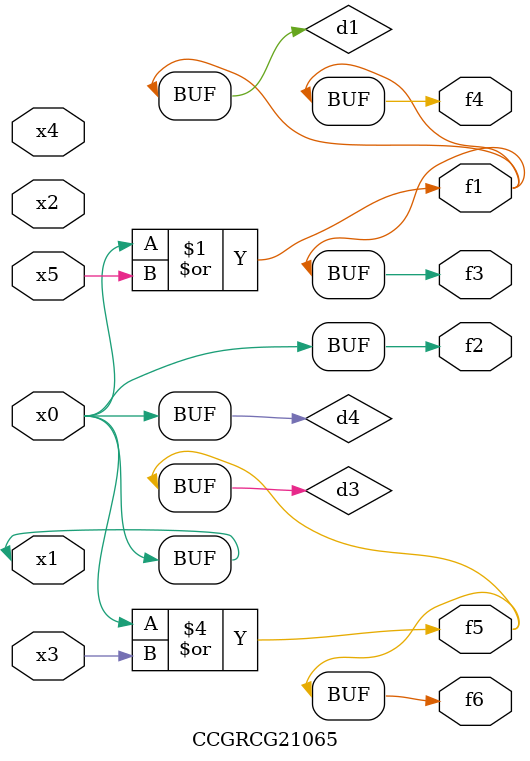
<source format=v>
module CCGRCG21065(
	input x0, x1, x2, x3, x4, x5,
	output f1, f2, f3, f4, f5, f6
);

	wire d1, d2, d3, d4;

	or (d1, x0, x5);
	xnor (d2, x1, x4);
	or (d3, x0, x3);
	buf (d4, x0, x1);
	assign f1 = d1;
	assign f2 = d4;
	assign f3 = d1;
	assign f4 = d1;
	assign f5 = d3;
	assign f6 = d3;
endmodule

</source>
